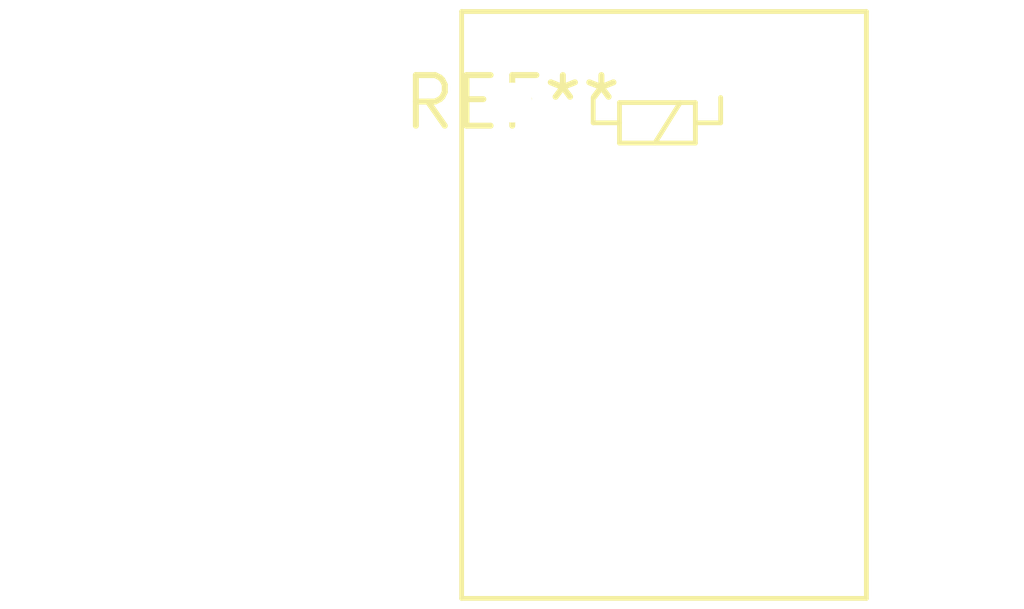
<source format=kicad_pcb>
(kicad_pcb (version 20240108) (generator pcbnew)
  (layers (0 "F.Cu" signal) (31 "B.Cu" signal) (34 "B.Paste" user) (35 "F.Paste" user) (36 "B.SilkS" user "B.Silkscreen") (37 "F.SilkS" user "F.Silkscreen") (38 "B.Mask" user) (39 "F.Mask" user) (44 "Edge.Cuts" user))
  (net 0 "")
  (footprint "Relay_DPDT_Omron_G6H-2" (layer "F.Cu") (at 0 0)
    (property "Reference" "REF**")
    (property "Value" "Relay_DPDT_Omron_G6H-2")
    (fp_line (start -1.27 -2.286) (end 8.89 -2.286) (layer "F.SilkS") (stroke (width 0.12)))
    (fp_line (start -1.27 12.446) (end -1.27 -2.286) (layer "F.SilkS") (stroke (width 0.12)))
    (fp_line (start 2.032 -0.127) (end 2.032 0.508) (layer "F.SilkS") (stroke (width 0.12)))
    (fp_line (start 2.032 0.508) (end 2.692 0.508) (layer "F.SilkS") (stroke (width 0.12)))
    (fp_line (start 2.692 0) (end 2.692 1.016) (layer "F.SilkS") (stroke (width 0.12)))
    (fp_line (start 2.692 1.016) (end 4.597 1.016) (layer "F.SilkS") (stroke (width 0.12)))
    (fp_line (start 4.216 0) (end 3.581 1.016) (layer "F.SilkS") (stroke (width 0.12)))
    (fp_line (start 4.597 0) (end 2.692 0) (layer "F.SilkS") (stroke (width 0.12)))
    (fp_line (start 4.597 0) (end 4.597 1.016) (layer "F.SilkS") (stroke (width 0.12)))
    (fp_line (start 5.232 -0.127) (end 5.232 0.508) (layer "F.SilkS") (stroke (width 0.12)))
    (fp_line (start 5.232 0.508) (end 4.597 0.508) (layer "F.SilkS") (stroke (width 0.12)))
    (fp_line (start 8.89 -2.286) (end 8.89 12.446) (layer "F.SilkS") (stroke (width 0.12)))
    (fp_line (start 8.89 12.446) (end -1.27 12.446) (layer "F.SilkS") (stroke (width 0.12)))
    (pad "1" thru_hole oval (at 0 0) (size 2.3 1.6) (drill 1) (layers *.Cu *.Mask) (remove_unused_layers))
    (pad "2" thru_hole oval (at 0 2.54) (size 2.3 1.6) (drill 1) (layers *.Cu *.Mask) (remove_unused_layers))
    (pad "3" thru_hole oval (at 0 5.08) (size 2.3 1.6) (drill 1) (layers *.Cu *.Mask) (remove_unused_layers))
    (pad "4" thru_hole oval (at 0 7.62) (size 2.3 1.6) (drill 1) (layers *.Cu *.Mask) (remove_unused_layers))
    (pad "5" thru_hole oval (at 0 10.16) (size 2.3 1.6) (drill 1) (layers *.Cu *.Mask) (remove_unused_layers))
    (pad "6" thru_hole oval (at 7.62 10.16) (size 2.3 1.6) (drill 1) (layers *.Cu *.Mask) (remove_unused_layers))
    (pad "7" thru_hole oval (at 7.62 7.62) (size 2.3 1.6) (drill 1) (layers *.Cu *.Mask) (remove_unused_layers))
    (pad "8" thru_hole oval (at 7.62 5.08) (size 2.3 1.6) (drill 1) (layers *.Cu *.Mask) (remove_unused_layers))
    (pad "9" thru_hole oval (at 7.62 2.54) (size 2.3 1.6) (drill 1) (layers *.Cu *.Mask) (remove_unused_layers))
    (pad "10" thru_hole oval (at 7.62 0) (size 2.3 1.6) (drill 1) (layers *.Cu *.Mask) (remove_unused_layers))
  )
)
</source>
